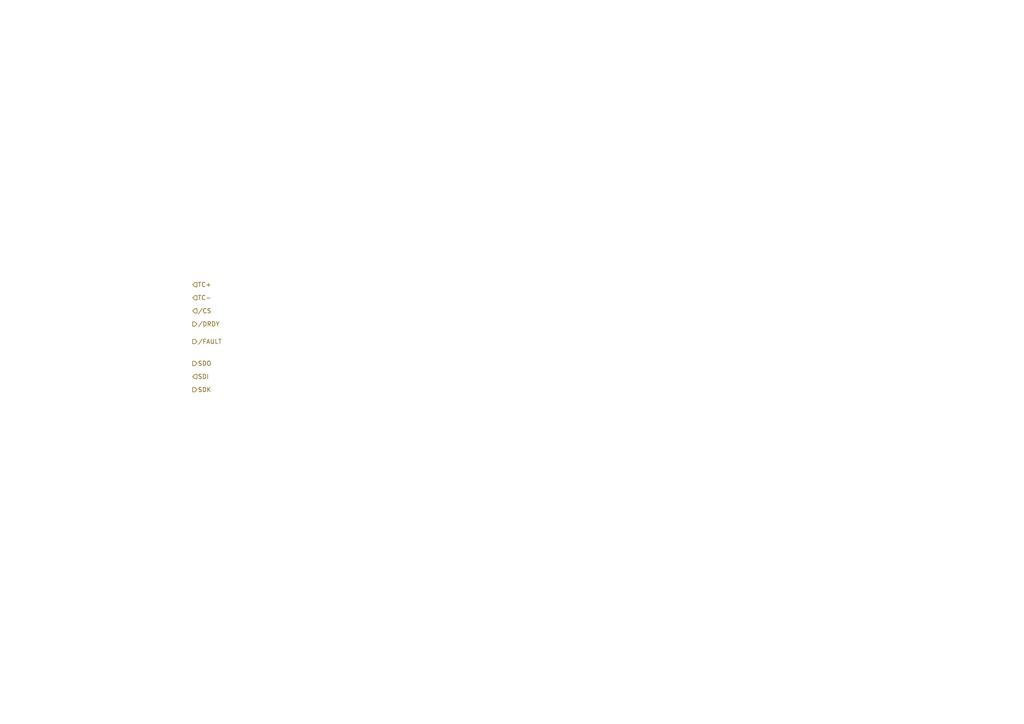
<source format=kicad_sch>
(kicad_sch
	(version 20250114)
	(generator "eeschema")
	(generator_version "9.0")
	(uuid "f3759fba-9cab-4e05-8650-dace00ddba53")
	(paper "A4")
	(lib_symbols)
	(hierarchical_label "{slash}DRDY"
		(shape output)
		(at 55.88 93.98 0)
		(effects
			(font
				(size 1.27 1.27)
			)
			(justify left)
		)
		(uuid "0a6b561b-f748-4859-8299-23d568fe8873")
	)
	(hierarchical_label "TC+"
		(shape input)
		(at 55.88 82.55 0)
		(effects
			(font
				(size 1.27 1.27)
			)
			(justify left)
		)
		(uuid "26c0211b-cb63-4b83-a5df-1a27e98989b4")
	)
	(hierarchical_label "{slash}CS"
		(shape input)
		(at 55.88 90.17 0)
		(effects
			(font
				(size 1.27 1.27)
			)
			(justify left)
		)
		(uuid "2b276680-d4cc-426e-acd1-80596fe5c9df")
	)
	(hierarchical_label "{slash}FAULT"
		(shape output)
		(at 55.88 99.06 0)
		(effects
			(font
				(size 1.27 1.27)
			)
			(justify left)
		)
		(uuid "30d13377-6116-458a-9107-2441c43532cc")
	)
	(hierarchical_label "SDO"
		(shape output)
		(at 55.88 105.41 0)
		(effects
			(font
				(size 1.27 1.27)
			)
			(justify left)
		)
		(uuid "541df55a-4a62-4b3d-9d25-dd592577a24b")
	)
	(hierarchical_label "SDK"
		(shape output)
		(at 55.88 113.03 0)
		(effects
			(font
				(size 1.27 1.27)
			)
			(justify left)
		)
		(uuid "7540ba71-7b82-4a32-84fc-6f571e74d5ad")
	)
	(hierarchical_label "TC-"
		(shape input)
		(at 55.88 86.36 0)
		(effects
			(font
				(size 1.27 1.27)
			)
			(justify left)
		)
		(uuid "cd65362d-3ea2-4c94-8472-1b28af89f268")
	)
	(hierarchical_label "SDI"
		(shape input)
		(at 55.88 109.22 0)
		(effects
			(font
				(size 1.27 1.27)
			)
			(justify left)
		)
		(uuid "d111bb05-284c-4829-b8f5-6e4bf78486cd")
	)
)

</source>
